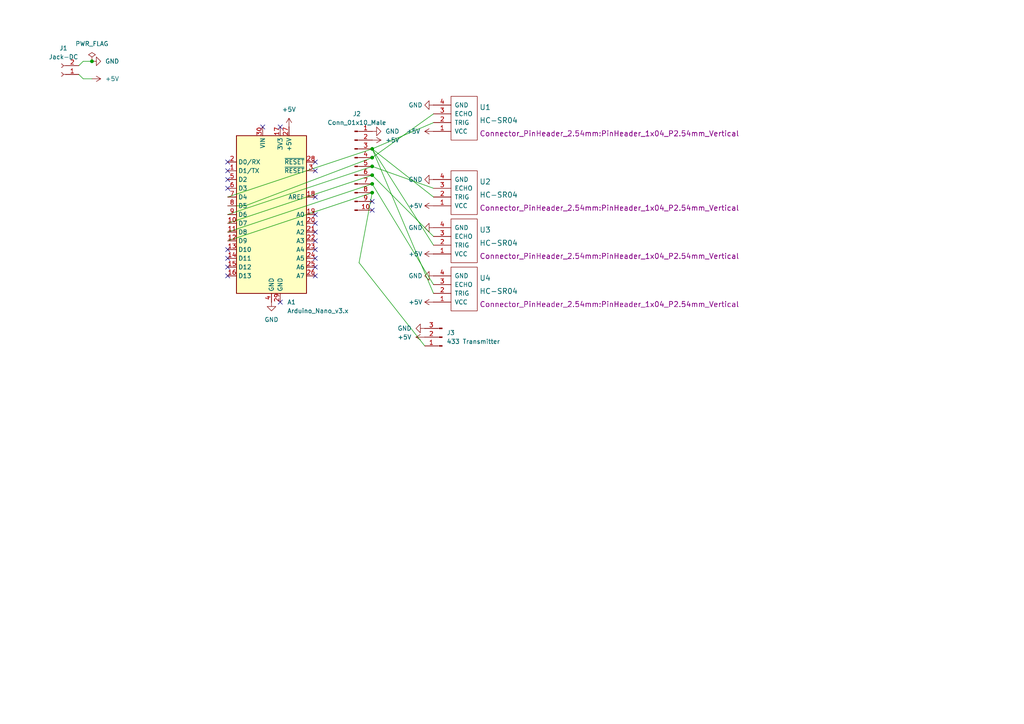
<source format=kicad_sch>
(kicad_sch (version 20231120) (generator "eeschema") (generator_version "8.0")
  (paper "A4")
  (lib_symbols
    (symbol "Connector:Conn_01x02_Socket" (pin_names (offset 1.016) hide)
      (property "Reference" "J" (at 0 2.54 0))
      (property "Value" "Conn_01x02_Socket" (at 0 -5.08 0))
      (symbol "Conn_01x02_Socket_1_1"
        (arc (start 0 -2.032) (mid -0.5058 -2.54) (end 0 -3.048) (stroke (width 0.1524)))
        (polyline (pts (xy -1.27 -2.54) (xy -0.508 -2.54)) (stroke (width 0.1524)))
        (polyline (pts (xy -1.27 0) (xy -0.508 0)) (stroke (width 0.1524)))
        (arc (start 0 0.508) (mid -0.5058 0) (end 0 -0.508) (stroke (width 0.1524)))
        (pin passive line (at -5.08 0 0) (length 3.81) (name "Pin_1") (number "1"))
        (pin passive line (at -5.08 -2.54 0) (length 3.81) (name "Pin_2") (number "2"))
      )
    )
    (symbol "Connector:Conn_01x03_Pin" (pin_names (offset 1.016) hide)
      (property "Reference" "J" (at 0 5.08 0))
      (property "Value" "Conn_01x03_Pin" (at 0 -5.08 0))
      (symbol "Conn_01x03_Pin_1_1"
        (polyline (pts (xy 1.27 -2.54) (xy 0.8636 -2.54)) (stroke (width 0.1524)))
        (polyline (pts (xy 1.27 0) (xy 0.8636 0)) (stroke (width 0.1524)))
        (polyline (pts (xy 1.27 2.54) (xy 0.8636 2.54)) (stroke (width 0.1524)))
        (rectangle (start 0.8636 -2.413) (end 0 -2.667) (stroke (width 0.1524)) (fill (type outline)))
        (rectangle (start 0.8636 0.127) (end 0 -0.127) (stroke (width 0.1524)) (fill (type outline)))
        (rectangle (start 0.8636 2.667) (end 0 2.413) (stroke (width 0.1524)) (fill (type outline)))
        (pin passive line (at 5.08 2.54 180) (length 3.81) (name "Pin_1") (number "1"))
        (pin passive line (at 5.08 0 180) (length 3.81) (name "Pin_2") (number "2"))
        (pin passive line (at 5.08 -2.54 180) (length 3.81) (name "Pin_3") (number "3"))
      )
    )
    (symbol "Connector:Conn_01x10_Pin" (pin_names (offset 1.016) hide)
      (property "Reference" "J" (at 0 12.7 0))
      (property "Value" "Conn_01x10_Pin" (at 0 -15.24 0))
      (symbol "Conn_01x10_Pin_1_1"
        (polyline (pts (xy 1.27 -12.7) (xy 0.8636 -12.7)) (stroke (width 0.1524)))
        (polyline (pts (xy 1.27 -10.16) (xy 0.8636 -10.16)) (stroke (width 0.1524)))
        (polyline (pts (xy 1.27 -7.62) (xy 0.8636 -7.62)) (stroke (width 0.1524)))
        (polyline (pts (xy 1.27 -5.08) (xy 0.8636 -5.08)) (stroke (width 0.1524)))
        (polyline (pts (xy 1.27 -2.54) (xy 0.8636 -2.54)) (stroke (width 0.1524)))
        (polyline (pts (xy 1.27 0) (xy 0.8636 0)) (stroke (width 0.1524)))
        (polyline (pts (xy 1.27 2.54) (xy 0.8636 2.54)) (stroke (width 0.1524)))
        (polyline (pts (xy 1.27 5.08) (xy 0.8636 5.08)) (stroke (width 0.1524)))
        (polyline (pts (xy 1.27 7.62) (xy 0.8636 7.62)) (stroke (width 0.1524)))
        (polyline (pts (xy 1.27 10.16) (xy 0.8636 10.16)) (stroke (width 0.1524)))
        (rectangle (start 0.8636 -12.573) (end 0 -12.827) (stroke (width 0.1524)) (fill (type outline)))
        (rectangle (start 0.8636 -10.033) (end 0 -10.287) (stroke (width 0.1524)) (fill (type outline)))
        (rectangle (start 0.8636 -7.493) (end 0 -7.747) (stroke (width 0.1524)) (fill (type outline)))
        (rectangle (start 0.8636 -4.953) (end 0 -5.207) (stroke (width 0.1524)) (fill (type outline)))
        (rectangle (start 0.8636 -2.413) (end 0 -2.667) (stroke (width 0.1524)) (fill (type outline)))
        (rectangle (start 0.8636 0.127) (end 0 -0.127) (stroke (width 0.1524)) (fill (type outline)))
        (rectangle (start 0.8636 2.667) (end 0 2.413) (stroke (width 0.1524)) (fill (type outline)))
        (rectangle (start 0.8636 5.207) (end 0 4.953) (stroke (width 0.1524)) (fill (type outline)))
        (rectangle (start 0.8636 7.747) (end 0 7.493) (stroke (width 0.1524)) (fill (type outline)))
        (rectangle (start 0.8636 10.287) (end 0 10.033) (stroke (width 0.1524)) (fill (type outline)))
        (pin passive line (at 5.08 10.16 180) (length 3.81) (name "Pin_1") (number "1"))
        (pin passive line (at 5.08 -12.7 180) (length 3.81) (name "Pin_10") (number "10"))
        (pin passive line (at 5.08 7.62 180) (length 3.81) (name "Pin_2") (number "2"))
        (pin passive line (at 5.08 5.08 180) (length 3.81) (name "Pin_3") (number "3"))
        (pin passive line (at 5.08 2.54 180) (length 3.81) (name "Pin_4") (number "4"))
        (pin passive line (at 5.08 0 180) (length 3.81) (name "Pin_5") (number "5"))
        (pin passive line (at 5.08 -2.54 180) (length 3.81) (name "Pin_6") (number "6"))
        (pin passive line (at 5.08 -5.08 180) (length 3.81) (name "Pin_7") (number "7"))
        (pin passive line (at 5.08 -7.62 180) (length 3.81) (name "Pin_8") (number "8"))
        (pin passive line (at 5.08 -10.16 180) (length 3.81) (name "Pin_9") (number "9"))
      )
    )
    (symbol "KdLibrary:HC-SR04" (pin_names (offset 1.016))
      (property "Reference" "U" (at -6.35 -7.62 0))
      (property "Value" "HC-SR04" (at -2.54 7.62 0))
      (symbol "HC-SR04_0_1"
        (rectangle (start 0 6.35) (end -7.62 -6.35))
      )
      (symbol "HC-SR04_1_1"
        (pin input line (at 5.08 3.81 180) (length 5.08) (name "VCC") (number "1"))
        (pin input line (at 5.08 1.27 180) (length 5.08) (name "TRIG") (number "2"))
        (pin input line (at 5.08 -1.27 180) (length 5.08) (name "ECHO") (number "3"))
        (pin input line (at 5.08 -3.81 180) (length 5.08) (name "GND") (number "4"))
      )
    )
    (symbol "MCU_Module:Arduino_Nano_v3.x"
      (property "Reference" "A" (at -10.16 23.495 0))
      (property "Value" "Arduino_Nano_v3.x" (at 5.08 -24.13 0))
      (symbol "Arduino_Nano_v3.x_0_1"
        (rectangle (start -10.16 22.86) (end 10.16 -22.86) (stroke (width 0.254)) (fill (type background)))
      )
      (symbol "Arduino_Nano_v3.x_1_1"
        (pin bidirectional line (at -12.7 12.7 0) (length 2.54) (name "D1/TX") (number "1"))
        (pin bidirectional line (at -12.7 -2.54 0) (length 2.54) (name "D7") (number "10"))
        (pin bidirectional line (at -12.7 -5.08 0) (length 2.54) (name "D8") (number "11"))
        (pin bidirectional line (at -12.7 -7.62 0) (length 2.54) (name "D9") (number "12"))
        (pin bidirectional line (at -12.7 -10.16 0) (length 2.54) (name "D10") (number "13"))
        (pin bidirectional line (at -12.7 -12.7 0) (length 2.54) (name "D11") (number "14"))
        (pin bidirectional line (at -12.7 -15.24 0) (length 2.54) (name "D12") (number "15"))
        (pin bidirectional line (at -12.7 -17.78 0) (length 2.54) (name "D13") (number "16"))
        (pin power_out line (at 2.54 25.4 270) (length 2.54) (name "3V3") (number "17"))
        (pin input line (at 12.7 5.08 180) (length 2.54) (name "AREF") (number "18"))
        (pin bidirectional line (at 12.7 0 180) (length 2.54) (name "A0") (number "19"))
        (pin bidirectional line (at -12.7 15.24 0) (length 2.54) (name "D0/RX") (number "2"))
        (pin bidirectional line (at 12.7 -2.54 180) (length 2.54) (name "A1") (number "20"))
        (pin bidirectional line (at 12.7 -5.08 180) (length 2.54) (name "A2") (number "21"))
        (pin bidirectional line (at 12.7 -7.62 180) (length 2.54) (name "A3") (number "22"))
        (pin bidirectional line (at 12.7 -10.16 180) (length 2.54) (name "A4") (number "23"))
        (pin bidirectional line (at 12.7 -12.7 180) (length 2.54) (name "A5") (number "24"))
        (pin bidirectional line (at 12.7 -15.24 180) (length 2.54) (name "A6") (number "25"))
        (pin bidirectional line (at 12.7 -17.78 180) (length 2.54) (name "A7") (number "26"))
        (pin power_out line (at 5.08 25.4 270) (length 2.54) (name "+5V") (number "27"))
        (pin input line (at 12.7 15.24 180) (length 2.54) (name "~{RESET}") (number "28"))
        (pin power_in line (at 2.54 -25.4 90) (length 2.54) (name "GND") (number "29"))
        (pin input line (at 12.7 12.7 180) (length 2.54) (name "~{RESET}") (number "3"))
        (pin power_in line (at -2.54 25.4 270) (length 2.54) (name "VIN") (number "30"))
        (pin power_in line (at 0 -25.4 90) (length 2.54) (name "GND") (number "4"))
        (pin bidirectional line (at -12.7 10.16 0) (length 2.54) (name "D2") (number "5"))
        (pin bidirectional line (at -12.7 7.62 0) (length 2.54) (name "D3") (number "6"))
        (pin bidirectional line (at -12.7 5.08 0) (length 2.54) (name "D4") (number "7"))
        (pin bidirectional line (at -12.7 2.54 0) (length 2.54) (name "D5") (number "8"))
        (pin bidirectional line (at -12.7 0 0) (length 2.54) (name "D6") (number "9"))
      )
    )
    (symbol "power:+5V" (power) (pin_numbers hide) (pin_names (offset 0) hide)
      (property "Value" "+5V" (at 0 3.556 0))
      (symbol "+5V_0_1"
        (polyline (pts (xy -0.762 1.27) (xy 0 2.54)))
        (polyline (pts (xy 0 0) (xy 0 2.54)))
        (polyline (pts (xy 0 2.54) (xy 0.762 1.27)))
      )
      (symbol "+5V_1_1"
        (pin power_in line (at 0 0 90) (length 0) (name "~") (number "1"))
      )
    )
    (symbol "power:GND" (power) (pin_numbers hide) (pin_names (offset 0) hide)
      (property "Value" "GND" (at 0 -3.81 0))
      (symbol "GND_0_1"
        (polyline (pts (xy 0 0) (xy 0 -1.27) (xy 1.27 -1.27) (xy 0 -2.54) (xy -1.27 -1.27) (xy 0 -1.27)))
      )
      (symbol "GND_1_1"
        (pin power_in line (at 0 0 270) (length 0) (name "~") (number "1"))
      )
    )
    (symbol "power:PWR_FLAG" (power) (pin_numbers hide) (pin_names (offset 0) hide)
      (property "Value" "PWR_FLAG" (at 0 3.81 0))
      (symbol "PWR_FLAG_0_0"
        (pin power_out line (at 0 0 90) (length 0) (name "~") (number "1"))
      )
      (symbol "PWR_FLAG_0_1"
        (polyline (pts (xy 0 0) (xy 0 1.27) (xy -1.016 1.905) (xy 0 2.54) (xy 1.016 1.905) (xy 0 1.27)))
      )
    )
  )
  (junction (at 107.95 48.26))
  (junction (at 107.95 53.34))
  (junction (at 107.95 55.88))
  (junction (at 107.95 43.18))
  (junction (at 26.67 17.78))
  (junction (at 107.95 45.72))
  (junction (at 107.95 50.8))
  (no_connect (at 66.04 52.07))
  (no_connect (at 66.04 54.61))
  (no_connect (at 66.04 46.99))
  (no_connect (at 66.04 49.53))
  (no_connect (at 76.2 36.83))
  (no_connect (at 81.28 36.83))
  (no_connect (at 66.04 80.01))
  (no_connect (at 66.04 72.39))
  (no_connect (at 66.04 74.93))
  (no_connect (at 66.04 77.47))
  (no_connect (at 91.44 80.01))
  (no_connect (at 91.44 77.47))
  (no_connect (at 81.28 87.63))
  (no_connect (at 91.44 46.99))
  (no_connect (at 91.44 67.31))
  (no_connect (at 91.44 64.77))
  (no_connect (at 91.44 62.23))
  (no_connect (at 91.44 57.15))
  (no_connect (at 91.44 49.53))
  (no_connect (at 91.44 74.93))
  (no_connect (at 91.44 72.39))
  (no_connect (at 91.44 69.85))
  (no_connect (at 107.95 58.42))
  (no_connect (at 107.95 60.96))
  (wire (pts (xy 123.19 100.33) (xy 104.14 76.2)))
  (wire (pts (xy 71.12 59.69) (xy 66.04 59.69)))
  (wire (pts (xy 66.04 67.31) (xy 107.95 53.34)))
  (wire (pts (xy 125.73 71.12) (xy 107.95 43.18)))
  (wire (pts (xy 107.95 43.18) (xy 125.73 35.56)))
  (wire (pts (xy 125.73 82.55) (xy 107.95 53.34)))
  (wire (pts (xy 66.04 64.77) (xy 107.95 50.8)))
  (wire (pts (xy 22.86 21.59) (xy 24.13 22.86)))
  (wire (pts (xy 125.73 33.02) (xy 107.95 45.72)))
  (wire (pts (xy 24.13 22.86) (xy 26.67 22.86)))
  (wire (pts (xy 125.73 85.09) (xy 107.95 43.18)))
  (wire (pts (xy 125.73 54.61) (xy 107.95 48.26)))
  (wire (pts (xy 66.04 62.23) (xy 107.95 48.26)))
  (wire (pts (xy 66.04 69.85) (xy 107.95 55.88)))
  (wire (pts (xy 22.86 19.05) (xy 24.13 17.78)))
  (wire (pts (xy 104.14 76.2) (xy 107.95 55.88)))
  (wire (pts (xy 125.73 68.58) (xy 107.95 50.8)))
  (wire (pts (xy 24.13 17.78) (xy 26.67 17.78)))
  (wire (pts (xy 107.95 45.72) (xy 71.12 59.69)))
  (wire (pts (xy 107.95 43.18) (xy 66.04 57.15)))
  (wire (pts (xy 125.73 57.15) (xy 107.95 43.18)))
  (symbol (lib_id "power:GND") (at 125.73 66.04 270) (unit 1)
    (property "Reference" "#PWR013" (effects (hide yes)))
    (property "Value" "GND" (at 122.555 66.0399 90) (effects (justify right)))
    (property "Description" "Power symbol creates a global label with name \"GND\" , ground" (effects (hide yes)))
  )
  (symbol (lib_id "power:GND") (at 78.74 87.63 0) (unit 1)
    (property "Reference" "#PWR03" (effects (hide yes)))
    (property "Value" "GND" (at 78.74 92.71 0))
    (property "Description" "Power symbol creates a global label with name \"GND\" , ground" (effects (hide yes)))
  )
  (symbol (lib_id "MCU_Module:Arduino_Nano_v3.x") (at 78.74 62.23 0) (unit 1)
    (property "Reference" "A1" (at 83.2994 87.63 0) (effects (justify left)))
    (property "Value" "Arduino_Nano_v3.x" (at 83.2994 90.17 0) (effects (justify left)))
    (property "Footprint" "Module:Arduino_Nano" (effects (hide yes)))
    (property "Datasheet" "http://www.mouser.com/pdfdocs/Gravitech_Arduino_Nano3_0.pdf" (effects (hide yes)))
    (property "Description" "Arduino Nano v3.x" (effects (hide yes)))
  )
  (symbol (lib_id "power:+5V") (at 125.73 73.66 90) (unit 1)
    (property "Reference" "#PWR014" (effects (hide yes)))
    (property "Value" "+5V" (at 122.555 73.6599 90) (effects (justify left)))
    (property "Description" "Power symbol creates a global label with name \"+5V\"" (effects (hide yes)))
  )
  (symbol (lib_id "KdLibrary:HC-SR04") (at 130.81 83.82 180) (unit 1)
    (property "Reference" "U4" (at 139.065 80.645 0) (effects (font (size 1.524 1.524)) (justify right)))
    (property "Value" "HC-SR04" (at 139.065 84.455 0) (effects (font (size 1.524 1.524)) (justify right)))
    (property "Footprint" "Connector_PinHeader_2.54mm:PinHeader_1x04_P2.54mm_Vertical" (at 139.065 88.265 0) (effects (font (size 1.524 1.524)) (justify right)))
  )
  (symbol (lib_id "power:+5V") (at 107.95 40.64 270) (unit 1)
    (property "Reference" "#PWR06" (effects (hide yes)))
    (property "Value" "+5V" (at 111.76 40.6399 90) (effects (justify left)))
    (property "Description" "Power symbol creates a global label with name \"+5V\"" (effects (hide yes)))
  )
  (symbol (lib_id "power:+5V") (at 125.73 59.69 90) (unit 1)
    (property "Reference" "#PWR012" (effects (hide yes)))
    (property "Value" "+5V" (at 122.555 59.6899 90) (effects (justify left)))
    (property "Description" "Power symbol creates a global label with name \"+5V\"" (effects (hide yes)))
  )
  (symbol (lib_id "Connector:Conn_01x10_Pin") (at 102.87 48.26 0) (unit 1)
    (property "Reference" "J2" (at 103.505 33.02 0))
    (property "Value" "Conn_01x10_Male" (at 103.505 35.56 0))
    (property "Footprint" "Connector_PinHeader_2.54mm:PinHeader_1x10_P2.54mm_Vertical" (effects (hide yes)))
    (property "Description" "Generic connector, single row, 01x10, script generated" (effects (hide yes)))
  )
  (symbol (lib_id "power:GND") (at 125.73 30.48 270) (unit 1)
    (property "Reference" "#PWR09" (effects (hide yes)))
    (property "Value" "GND" (at 122.555 30.4799 90) (effects (justify right)))
    (property "Description" "Power symbol creates a global label with name \"GND\" , ground" (effects (hide yes)))
  )
  (symbol (lib_id "power:+5V") (at 125.73 38.1 90) (unit 1)
    (property "Reference" "#PWR010" (effects (hide yes)))
    (property "Value" "+5V" (at 121.92 38.0999 90) (effects (justify left)))
    (property "Description" "Power symbol creates a global label with name \"+5V\"" (effects (hide yes)))
  )
  (symbol (lib_id "power:GND") (at 123.19 95.25 270) (unit 1)
    (property "Reference" "#PWR07" (effects (hide yes)))
    (property "Value" "GND" (at 119.38 95.2499 90) (effects (justify right)))
    (property "Description" "Power symbol creates a global label with name \"GND\" , ground" (effects (hide yes)))
  )
  (symbol (lib_id "Connector:Conn_01x03_Pin") (at 128.27 97.79 180) (unit 1)
    (property "Reference" "J3" (at 129.54 96.5199 0) (effects (justify right)))
    (property "Value" "433 Transmitter" (at 129.54 99.0599 0) (effects (justify right)))
    (property "Footprint" "Connector_PinHeader_2.54mm:PinHeader_1x03_P2.54mm_Vertical" (effects (hide yes)))
    (property "Description" "Generic connector, single row, 01x03, script generated" (effects (hide yes)))
  )
  (symbol (lib_id "KdLibrary:HC-SR04") (at 130.81 69.85 180) (unit 1)
    (property "Reference" "U3" (at 139.065 66.675 0) (effects (font (size 1.524 1.524)) (justify right)))
    (property "Value" "HC-SR04" (at 139.065 70.485 0) (effects (font (size 1.524 1.524)) (justify right)))
    (property "Footprint" "Connector_PinHeader_2.54mm:PinHeader_1x04_P2.54mm_Vertical" (at 139.065 74.295 0) (effects (font (size 1.524 1.524)) (justify right)))
  )
  (symbol (lib_id "power:+5V") (at 26.67 22.86 270) (unit 1)
    (property "Reference" "#PWR02" (effects (hide yes)))
    (property "Value" "+5V" (at 30.48 22.8599 90) (effects (justify left)))
    (property "Description" "Power symbol creates a global label with name \"+5V\"" (effects (hide yes)))
  )
  (symbol (lib_id "power:GND") (at 125.73 80.01 270) (unit 1)
    (property "Reference" "#PWR015" (effects (hide yes)))
    (property "Value" "GND" (at 122.555 80.0099 90) (effects (justify right)))
    (property "Description" "Power symbol creates a global label with name \"GND\" , ground" (effects (hide yes)))
  )
  (symbol (lib_id "power:PWR_FLAG") (at 26.67 17.78 0) (unit 1)
    (property "Reference" "#FLG01" (effects (hide yes)))
    (property "Value" "PWR_FLAG" (at 26.67 12.7 0))
    (property "Description" "Special symbol for telling ERC where power comes from" (effects (hide yes)))
  )
  (symbol (lib_id "power:GND") (at 125.73 52.07 270) (unit 1)
    (property "Reference" "#PWR011" (effects (hide yes)))
    (property "Value" "GND" (at 122.555 52.0699 90) (effects (justify right)))
    (property "Description" "Power symbol creates a global label with name \"GND\" , ground" (effects (hide yes)))
  )
  (symbol (lib_id "power:GND") (at 107.95 38.1 90) (unit 1)
    (property "Reference" "#PWR05" (effects (hide yes)))
    (property "Value" "GND" (at 111.76 38.0999 90) (effects (justify right)))
    (property "Description" "Power symbol creates a global label with name \"GND\" , ground" (effects (hide yes)))
  )
  (symbol (lib_id "Connector:Conn_01x02_Socket") (at 17.78 21.59 180) (unit 1)
    (property "Reference" "J1" (at 18.415 13.97 0))
    (property "Value" "Jack-DC" (at 18.415 16.51 0))
    (property "Footprint" "Connector_PinSocket_2.54mm:PinSocket_1x02_P2.54mm_Vertical" (effects (hide yes)))
    (property "Description" "Generic connector, single row, 01x02, script generated" (effects (hide yes)))
  )
  (symbol (lib_id "power:+5V") (at 125.73 87.63 90) (unit 1)
    (property "Reference" "#PWR016" (effects (hide yes)))
    (property "Value" "+5V" (at 122.555 87.6299 90) (effects (justify left)))
    (property "Description" "Power symbol creates a global label with name \"+5V\"" (effects (hide yes)))
  )
  (symbol (lib_id "KdLibrary:HC-SR04") (at 130.81 55.88 180) (unit 1)
    (property "Reference" "U2" (at 139.065 52.705 0) (effects (font (size 1.524 1.524)) (justify right)))
    (property "Value" "HC-SR04" (at 139.065 56.515 0) (effects (font (size 1.524 1.524)) (justify right)))
    (property "Footprint" "Connector_PinHeader_2.54mm:PinHeader_1x04_P2.54mm_Vertical" (at 139.065 60.325 0) (effects (font (size 1.524 1.524)) (justify right)))
  )
  (symbol (lib_id "power:GND") (at 26.67 17.78 90) (unit 1)
    (property "Reference" "#PWR01" (effects (hide yes)))
    (property "Value" "GND" (at 30.48 17.7799 90) (effects (justify right)))
    (property "Description" "Power symbol creates a global label with name \"GND\" , ground" (effects (hide yes)))
  )
  (symbol (lib_id "power:+5V") (at 83.82 36.83 0) (unit 1)
    (property "Reference" "#PWR04" (effects (hide yes)))
    (property "Value" "+5V" (at 83.82 31.75 0))
    (property "Description" "Power symbol creates a global label with name \"+5V\"" (effects (hide yes)))
  )
  (symbol (lib_id "KdLibrary:HC-SR04") (at 130.81 34.29 180) (unit 1)
    (property "Reference" "U1" (at 139.065 31.115 0) (effects (font (size 1.524 1.524)) (justify right)))
    (property "Value" "HC-SR04" (at 139.065 34.925 0) (effects (font (size 1.524 1.524)) (justify right)))
    (property "Footprint" "Connector_PinHeader_2.54mm:PinHeader_1x04_P2.54mm_Vertical" (at 139.065 38.735 0) (effects (font (size 1.524 1.524)) (justify right)))
  )
  (symbol (lib_id "power:+5V") (at 123.19 97.79 90) (unit 1)
    (property "Reference" "#PWR08" (effects (hide yes)))
    (property "Value" "+5V" (at 119.38 97.7899 90) (effects (justify left)))
    (property "Description" "Power symbol creates a global label with name \"+5V\"" (effects (hide yes)))
  )
)
</source>
